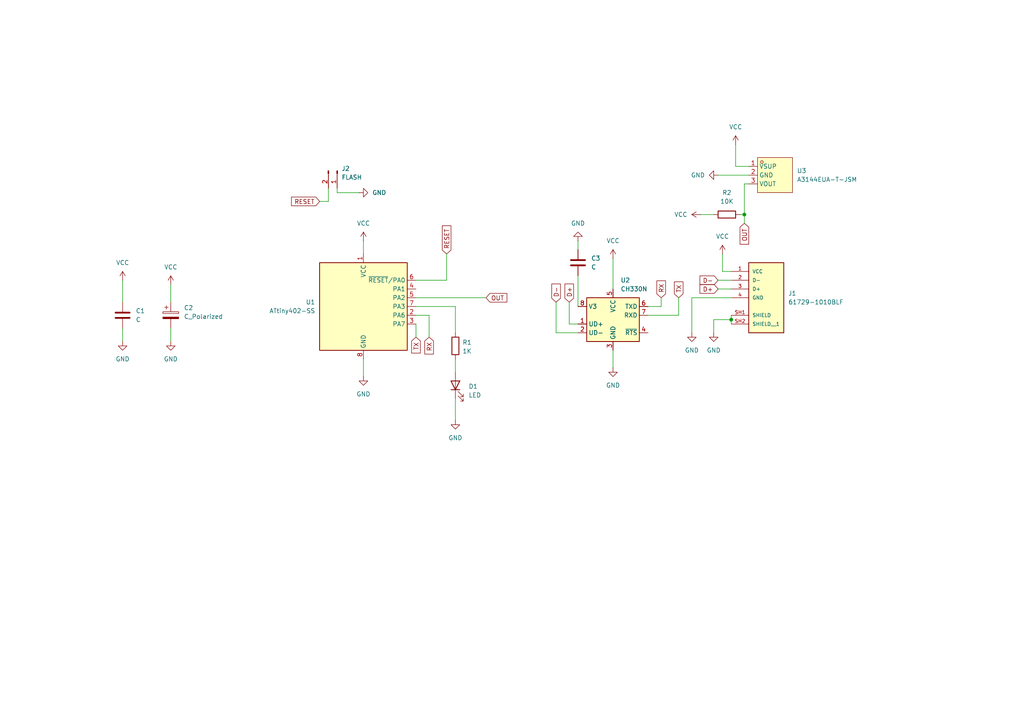
<source format=kicad_sch>
(kicad_sch (version 20231120) (generator "eeschema") (generator_version "8.0")
  (paper "A4")
  (lib_symbols
    (symbol "61729-1010BLF:61729-1010BLF" (pin_names (offset 1.016))
      (property "Reference" "J" (at -5.08 8.89 0))
      (property "Value" "61729-1010BLF" (at -5.08 -15.24 0))
      (symbol "61729-1010BLF_0_0"
        (rectangle (start -5.08 -12.7) (end 5.08 7.62) (stroke (width 0.254)) (fill (type background)))
        (pin power_in line (at -10.16 5.08 0) (length 5.08) (name "VCC") (number "1"))
        (pin bidirectional line (at -10.16 2.54 0) (length 5.08) (name "D-") (number "2"))
        (pin bidirectional line (at -10.16 0 0) (length 5.08) (name "D+") (number "3"))
        (pin power_in line (at -10.16 -2.54 0) (length 5.08) (name "GND") (number "4"))
        (pin passive line (at -10.16 -7.62 0) (length 5.08) (name "SHIELD") (number "SH1"))
        (pin passive line (at -10.16 -10.16 0) (length 5.08) (name "SHIELD__1") (number "SH2"))
      )
    )
    (symbol "Connector:Conn_01x02_Pin" (pin_names (offset 1.016) hide)
      (property "Reference" "J" (at 0 2.54 0))
      (property "Value" "Conn_01x02_Pin" (at 0 -5.08 0))
      (symbol "Conn_01x02_Pin_1_1"
        (polyline (pts (xy 1.27 -2.54) (xy 0.8636 -2.54)) (stroke (width 0.1524)))
        (polyline (pts (xy 1.27 0) (xy 0.8636 0)) (stroke (width 0.1524)))
        (rectangle (start 0.8636 -2.413) (end 0 -2.667) (stroke (width 0.1524)) (fill (type outline)))
        (rectangle (start 0.8636 0.127) (end 0 -0.127) (stroke (width 0.1524)) (fill (type outline)))
        (pin passive line (at 5.08 0 180) (length 3.81) (name "Pin_1") (number "1"))
        (pin passive line (at 5.08 -2.54 180) (length 3.81) (name "Pin_2") (number "2"))
      )
    )
    (symbol "Device:C" (pin_numbers hide) (pin_names (offset 0.254))
      (property "Reference" "C" (at 0.635 2.54 0))
      (property "Value" "C" (at 0.635 -2.54 0))
      (symbol "C_0_1"
        (polyline (pts (xy -2.032 -0.762) (xy 2.032 -0.762)) (stroke (width 0.508)))
        (polyline (pts (xy -2.032 0.762) (xy 2.032 0.762)) (stroke (width 0.508)))
      )
      (symbol "C_1_1"
        (pin passive line (at 0 3.81 270) (length 2.794) (name "~") (number "1"))
        (pin passive line (at 0 -3.81 90) (length 2.794) (name "~") (number "2"))
      )
    )
    (symbol "Device:C_Polarized" (pin_numbers hide) (pin_names (offset 0.254))
      (property "Reference" "C" (at 0.635 2.54 0))
      (property "Value" "C_Polarized" (at 0.635 -2.54 0))
      (symbol "C_Polarized_0_1"
        (rectangle (start -2.286 0.508) (end 2.286 1.016))
        (polyline (pts (xy -1.778 2.286) (xy -0.762 2.286)))
        (polyline (pts (xy -1.27 2.794) (xy -1.27 1.778)))
        (rectangle (start 2.286 -0.508) (end -2.286 -1.016) (fill (type outline)))
      )
      (symbol "C_Polarized_1_1"
        (pin passive line (at 0 3.81 270) (length 2.794) (name "~") (number "1"))
        (pin passive line (at 0 -3.81 90) (length 2.794) (name "~") (number "2"))
      )
    )
    (symbol "Device:LED" (pin_numbers hide) (pin_names (offset 1.016) hide)
      (property "Reference" "D" (at 0 2.54 0))
      (property "Value" "LED" (at 0 -2.54 0))
      (symbol "LED_0_1"
        (polyline (pts (xy -1.27 -1.27) (xy -1.27 1.27)) (stroke (width 0.254)))
        (polyline (pts (xy -1.27 0) (xy 1.27 0)))
        (polyline (pts (xy 1.27 -1.27) (xy 1.27 1.27) (xy -1.27 0) (xy 1.27 -1.27)) (stroke (width 0.254)))
        (polyline (pts (xy -3.048 -0.762) (xy -4.572 -2.286) (xy -3.81 -2.286) (xy -4.572 -2.286) (xy -4.572 -1.524)))
        (polyline (pts (xy -1.778 -0.762) (xy -3.302 -2.286) (xy -2.54 -2.286) (xy -3.302 -2.286) (xy -3.302 -1.524)))
      )
      (symbol "LED_1_1"
        (pin passive line (at -3.81 0 0) (length 2.54) (name "K") (number "1"))
        (pin passive line (at 3.81 0 180) (length 2.54) (name "A") (number "2"))
      )
    )
    (symbol "Device:R" (pin_numbers hide) (pin_names (offset 0))
      (property "Reference" "R" (at 2.032 0 90))
      (property "Value" "R" (at 0 0 90))
      (symbol "R_0_1"
        (rectangle (start -1.016 -2.54) (end 1.016 2.54) (stroke (width 0.254)))
      )
      (symbol "R_1_1"
        (pin passive line (at 0 3.81 270) (length 1.27) (name "~") (number "1"))
        (pin passive line (at 0 -3.81 90) (length 1.27) (name "~") (number "2"))
      )
    )
    (symbol "Interface_USB:CH330N"
      (property "Reference" "U" (at -7.62 6.35 0))
      (property "Value" "CH330N" (at 7.62 6.35 0))
      (symbol "CH330N_0_1"
        (rectangle (start -7.62 5.08) (end 7.62 -7.62) (stroke (width 0.254)) (fill (type background)))
      )
      (symbol "CH330N_1_1"
        (pin bidirectional line (at -10.16 -2.54 0) (length 2.54) (name "UD+") (number "1"))
        (pin bidirectional line (at -10.16 -5.08 0) (length 2.54) (name "UD-") (number "2"))
        (pin power_in line (at 0 -10.16 90) (length 2.54) (name "GND") (number "3"))
        (pin output line (at 10.16 -5.08 180) (length 2.54) (name "~{RTS}") (number "4"))
        (pin power_in line (at 0 7.62 270) (length 2.54) (name "VCC") (number "5"))
        (pin output line (at 10.16 2.54 180) (length 2.54) (name "TXD") (number "6"))
        (pin input line (at 10.16 0 180) (length 2.54) (name "RXD") (number "7"))
        (pin passive line (at -10.16 2.54 0) (length 2.54) (name "V3") (number "8"))
      )
    )
    (symbol "MCU_Microchip_ATtiny:ATtiny402-SS"
      (property "Reference" "U" (at -12.7 13.97 0))
      (property "Value" "ATtiny402-SS" (at 2.54 -13.97 0))
      (symbol "ATtiny402-SS_0_1"
        (rectangle (start -12.7 -12.7) (end 12.7 12.7) (stroke (width 0.254)) (fill (type background)))
      )
      (symbol "ATtiny402-SS_1_1"
        (pin power_in line (at 0 15.24 270) (length 2.54) (name "VCC") (number "1"))
        (pin bidirectional line (at 15.24 -2.54 180) (length 2.54) (name "PA6") (number "2"))
        (pin bidirectional line (at 15.24 -5.08 180) (length 2.54) (name "PA7") (number "3"))
        (pin bidirectional line (at 15.24 5.08 180) (length 2.54) (name "PA1") (number "4"))
        (pin bidirectional line (at 15.24 2.54 180) (length 2.54) (name "PA2") (number "5"))
        (pin bidirectional line (at 15.24 7.62 180) (length 2.54) (name "~{RESET}/PA0") (number "6"))
        (pin bidirectional line (at 15.24 0 180) (length 2.54) (name "PA3") (number "7"))
        (pin power_in line (at 0 -15.24 90) (length 2.54) (name "GND") (number "8"))
      )
    )
    (symbol "easyeda2kicadv2:A3144EUA-T-JSM"
      (property "Reference" "U" (at 0 7.62 0))
      (property "Value" "A3144EUA-T-JSM" (at 0 -7.62 0))
      (symbol "A3144EUA-T-JSM_0_1"
        (rectangle (start -5.08 5.08) (end 5.08 -5.08) (fill (type background)))
        (circle (center -3.81 3.81) (radius 0.38))
        (pin unspecified line (at -7.62 2.54 0) (length 2.54) (name "VSUP") (number "1"))
        (pin unspecified line (at -7.62 0 0) (length 2.54) (name "GND") (number "2"))
        (pin unspecified line (at -7.62 -2.54 0) (length 2.54) (name "VOUT") (number "3"))
      )
    )
    (symbol "power:GND" (power) (pin_numbers hide) (pin_names (offset 0) hide)
      (property "Value" "GND" (at 0 -3.81 0))
      (symbol "GND_0_1"
        (polyline (pts (xy 0 0) (xy 0 -1.27) (xy 1.27 -1.27) (xy 0 -2.54) (xy -1.27 -1.27) (xy 0 -1.27)))
      )
      (symbol "GND_1_1"
        (pin power_in line (at 0 0 270) (length 0) (name "~") (number "1"))
      )
    )
    (symbol "power:VCC" (power) (pin_numbers hide) (pin_names (offset 0) hide)
      (property "Value" "VCC" (at 0 3.556 0))
      (symbol "VCC_0_1"
        (polyline (pts (xy -0.762 1.27) (xy 0 2.54)))
        (polyline (pts (xy 0 0) (xy 0 2.54)))
        (polyline (pts (xy 0 2.54) (xy 0.762 1.27)))
      )
      (symbol "VCC_1_1"
        (pin power_in line (at 0 0 90) (length 0) (name "~") (number "1"))
      )
    )
  )
  (junction (at 215.9 62.23))
  (junction (at 212.09 92.71))
  (wire (pts (xy 209.55 78.74) (xy 209.55 73.66)))
  (wire (pts (xy 105.41 69.85) (xy 105.41 73.66)))
  (wire (pts (xy 49.53 82.55) (xy 49.53 87.63)))
  (wire (pts (xy 191.77 86.36) (xy 191.77 88.9)))
  (wire (pts (xy 212.09 92.71) (xy 212.09 93.98)))
  (wire (pts (xy 35.56 95.25) (xy 35.56 99.06)))
  (wire (pts (xy 161.29 96.52) (xy 161.29 87.63)))
  (wire (pts (xy 207.01 92.71) (xy 212.09 92.71)))
  (wire (pts (xy 212.09 86.36) (xy 200.66 86.36)))
  (wire (pts (xy 35.56 81.28) (xy 35.56 87.63)))
  (wire (pts (xy 167.64 96.52) (xy 161.29 96.52)))
  (wire (pts (xy 165.1 93.98) (xy 165.1 87.63)))
  (wire (pts (xy 191.77 88.9) (xy 187.96 88.9)))
  (wire (pts (xy 212.09 78.74) (xy 209.55 78.74)))
  (wire (pts (xy 49.53 95.25) (xy 49.53 99.06)))
  (wire (pts (xy 120.65 97.79) (xy 120.65 93.98)))
  (wire (pts (xy 167.64 69.85) (xy 167.64 72.39)))
  (wire (pts (xy 215.9 62.23) (xy 215.9 64.77)))
  (wire (pts (xy 124.46 97.79) (xy 124.46 91.44)))
  (wire (pts (xy 177.8 101.6) (xy 177.8 106.68)))
  (wire (pts (xy 187.96 91.44) (xy 196.85 91.44)))
  (wire (pts (xy 214.63 62.23) (xy 215.9 62.23)))
  (wire (pts (xy 203.2 62.23) (xy 207.01 62.23)))
  (wire (pts (xy 95.25 58.42) (xy 92.71 58.42)))
  (wire (pts (xy 217.17 48.26) (xy 213.36 48.26)))
  (wire (pts (xy 213.36 48.26) (xy 213.36 41.91)))
  (wire (pts (xy 129.54 81.28) (xy 129.54 73.66)))
  (wire (pts (xy 120.65 88.9) (xy 132.08 88.9)))
  (wire (pts (xy 208.28 50.8) (xy 217.17 50.8)))
  (wire (pts (xy 132.08 115.57) (xy 132.08 121.92)))
  (wire (pts (xy 167.64 80.01) (xy 167.64 88.9)))
  (wire (pts (xy 105.41 104.14) (xy 105.41 109.22)))
  (wire (pts (xy 200.66 86.36) (xy 200.66 96.52)))
  (wire (pts (xy 208.28 81.28) (xy 212.09 81.28)))
  (wire (pts (xy 196.85 91.44) (xy 196.85 86.36)))
  (wire (pts (xy 167.64 93.98) (xy 165.1 93.98)))
  (wire (pts (xy 120.65 86.36) (xy 140.97 86.36)))
  (wire (pts (xy 97.79 55.88) (xy 104.14 55.88)))
  (wire (pts (xy 97.79 54.61) (xy 97.79 55.88)))
  (wire (pts (xy 124.46 91.44) (xy 120.65 91.44)))
  (wire (pts (xy 132.08 88.9) (xy 132.08 96.52)))
  (wire (pts (xy 95.25 54.61) (xy 95.25 58.42)))
  (wire (pts (xy 207.01 96.52) (xy 207.01 92.71)))
  (wire (pts (xy 208.28 83.82) (xy 212.09 83.82)))
  (wire (pts (xy 177.8 74.93) (xy 177.8 83.82)))
  (wire (pts (xy 132.08 104.14) (xy 132.08 107.95)))
  (wire (pts (xy 215.9 53.34) (xy 215.9 62.23)))
  (wire (pts (xy 120.65 81.28) (xy 129.54 81.28)))
  (wire (pts (xy 217.17 53.34) (xy 215.9 53.34)))
  (wire (pts (xy 212.09 91.44) (xy 212.09 92.71)))
  (global_label "D-" (shape input) (at 208.28 81.28 180) (property "Intersheetrefs" "${INTERSHEET_REFS}" (effects (hide yes))))
  (global_label "RX" (shape input) (at 124.46 97.79 270) (property "Intersheetrefs" "${INTERSHEET_REFS}" (effects (hide yes))))
  (global_label "D+" (shape input) (at 165.1 87.63 90) (property "Intersheetrefs" "${INTERSHEET_REFS}" (effects (hide yes))))
  (global_label "OUT" (shape input) (at 140.97 86.36 0) (property "Intersheetrefs" "${INTERSHEET_REFS}" (effects (hide yes))))
  (global_label "TX" (shape input) (at 196.85 86.36 90) (property "Intersheetrefs" "${INTERSHEET_REFS}" (effects (hide yes))))
  (global_label "RESET" (shape input) (at 129.54 73.66 90) (property "Intersheetrefs" "${INTERSHEET_REFS}" (effects (hide yes))))
  (global_label "RESET" (shape input) (at 92.71 58.42 180) (property "Intersheetrefs" "${INTERSHEET_REFS}" (effects (hide yes))))
  (global_label "TX" (shape input) (at 120.65 97.79 270) (property "Intersheetrefs" "${INTERSHEET_REFS}" (effects (hide yes))))
  (global_label "D-" (shape input) (at 161.29 87.63 90) (property "Intersheetrefs" "${INTERSHEET_REFS}" (effects (hide yes))))
  (global_label "OUT" (shape input) (at 215.9 64.77 270) (property "Intersheetrefs" "${INTERSHEET_REFS}" (effects (hide yes))))
  (global_label "D+" (shape input) (at 208.28 83.82 180) (property "Intersheetrefs" "${INTERSHEET_REFS}" (effects (hide yes))))
  (global_label "RX" (shape input) (at 191.77 86.36 90) (property "Intersheetrefs" "${INTERSHEET_REFS}" (effects (hide yes))))
  (symbol (lib_id "61729-1010BLF:61729-1010BLF") (at 222.25 83.82 0) (unit 1)
    (property "Reference" "J1" (at 228.6 85.0899 0) (effects (justify left)))
    (property "Value" "61729-1010BLF" (at 228.6 87.6299 0) (effects (justify left)))
    (property "Footprint" "61729_1010BLF:AMPHENOL_61729-1010BLF" (effects (hide yes)))
    (property "PARTREV" "AD" (effects (hide yes)))
    (property "STANDARD" "Manufacturer Recommendations" (effects (hide yes)))
    (property "MAXIMUM_PACKAGE_HEIGHT" "11.50 mm" (effects (hide yes)))
    (property "MANUFACTURER" "Amphenol" (effects (hide yes)))
  )
  (symbol (lib_id "Device:R") (at 210.82 62.23 90) (unit 1)
    (property "Reference" "R2" (at 210.82 55.88 90))
    (property "Value" "10K" (at 210.82 58.42 90))
    (property "Footprint" "Resistor_SMD:R_1206_3216Metric" (effects (hide yes)))
    (property "Description" "Resistor" (effects (hide yes)))
  )
  (symbol (lib_id "easyeda2kicadv2:A3144EUA-T-JSM") (at 224.79 50.8 0) (unit 1)
    (property "Reference" "U3" (at 231.14 49.5299 0) (effects (justify left)))
    (property "Value" "A3144EUA-T-JSM" (at 231.14 52.0699 0) (effects (justify left)))
    (property "Footprint" "easyeda2kicad:TO-92S-3_L4.1-W1.7-P1.27-L" (effects (hide yes)))
    (property "LCSC Part" "C18188954" (effects (hide yes)))
  )
  (symbol (lib_id "power:GND") (at 200.66 96.52 0) (unit 1)
    (property "Reference" "#PWR012" (effects (hide yes)))
    (property "Value" "GND" (at 200.66 101.6 0))
    (property "Description" "Power symbol creates a global label with name \"GND\" , ground" (effects (hide yes)))
  )
  (symbol (lib_id "power:VCC") (at 49.53 82.55 0) (unit 1)
    (property "Reference" "#PWR03" (effects (hide yes)))
    (property "Value" "VCC" (at 49.53 77.47 0))
    (property "Description" "Power symbol creates a global label with name \"VCC\"" (effects (hide yes)))
  )
  (symbol (lib_id "power:GND") (at 177.8 106.68 0) (unit 1)
    (property "Reference" "#PWR07" (effects (hide yes)))
    (property "Value" "GND" (at 177.8 111.76 0))
    (property "Description" "Power symbol creates a global label with name \"GND\" , ground" (effects (hide yes)))
  )
  (symbol (lib_id "Device:C") (at 35.56 91.44 0) (unit 1)
    (property "Reference" "C1" (at 39.37 90.1699 0) (effects (justify left)))
    (property "Value" "C" (at 39.37 92.7099 0) (effects (justify left)))
    (property "Footprint" "Capacitor_SMD:C_1206_3216Metric" (effects (hide yes)))
    (property "Description" "Unpolarized capacitor" (effects (hide yes)))
  )
  (symbol (lib_id "power:GND") (at 35.56 99.06 0) (unit 1)
    (property "Reference" "#PWR02" (effects (hide yes)))
    (property "Value" "GND" (at 35.56 104.14 0))
    (property "Description" "Power symbol creates a global label with name \"GND\" , ground" (effects (hide yes)))
  )
  (symbol (lib_id "power:GND") (at 132.08 121.92 0) (unit 1)
    (property "Reference" "#PWR09" (effects (hide yes)))
    (property "Value" "GND" (at 132.08 127 0))
    (property "Description" "Power symbol creates a global label with name \"GND\" , ground" (effects (hide yes)))
  )
  (symbol (lib_id "Device:R") (at 132.08 100.33 0) (unit 1)
    (property "Reference" "R1" (at 134.112 99.314 0) (effects (justify left)))
    (property "Value" "1K" (at 134.112 101.854 0) (effects (justify left)))
    (property "Footprint" "Resistor_SMD:R_1206_3216Metric_Pad1.30x1.75mm_HandSolder" (effects (hide yes)))
    (property "Description" "Resistor" (effects (hide yes)))
  )
  (symbol (lib_id "power:GND") (at 208.28 50.8 270) (unit 1)
    (property "Reference" "#PWR015" (effects (hide yes)))
    (property "Value" "GND" (at 204.47 50.7999 90) (effects (justify right)))
    (property "Description" "Power symbol creates a global label with name \"GND\" , ground" (effects (hide yes)))
  )
  (symbol (lib_id "power:GND") (at 105.41 109.22 0) (unit 1)
    (property "Reference" "#PWR06" (effects (hide yes)))
    (property "Value" "GND" (at 105.41 114.3 0))
    (property "Description" "Power symbol creates a global label with name \"GND\" , ground" (effects (hide yes)))
  )
  (symbol (lib_id "Device:C") (at 167.64 76.2 0) (unit 1)
    (property "Reference" "C3" (at 171.45 74.9299 0) (effects (justify left)))
    (property "Value" "C" (at 171.45 77.4699 0) (effects (justify left)))
    (property "Footprint" "Capacitor_SMD:C_1206_3216Metric" (effects (hide yes)))
    (property "Description" "Unpolarized capacitor" (effects (hide yes)))
  )
  (symbol (lib_id "power:VCC") (at 203.2 62.23 90) (unit 1)
    (property "Reference" "#PWR016" (effects (hide yes)))
    (property "Value" "VCC" (at 199.39 62.2299 90) (effects (justify left)))
    (property "Description" "Power symbol creates a global label with name \"VCC\"" (effects (hide yes)))
  )
  (symbol (lib_id "Device:C_Polarized") (at 49.53 91.44 0) (unit 1)
    (property "Reference" "C2" (at 53.34 89.2809 0) (effects (justify left)))
    (property "Value" "C_Polarized" (at 53.34 91.8209 0) (effects (justify left)))
    (property "Footprint" "Capacitor_THT:CP_Radial_D4.0mm_P1.50mm" (effects (hide yes)))
    (property "Description" "Polarized capacitor" (effects (hide yes)))
  )
  (symbol (lib_id "Connector:Conn_01x02_Pin") (at 97.79 49.53 270) (unit 1)
    (property "Reference" "J2" (at 99.06 48.8949 90) (effects (justify left)))
    (property "Value" "FLASH" (at 99.06 51.4349 90) (effects (justify left)))
    (property "Footprint" "Connector_JST:JST_EH_B2B-EH-A_1x02_P2.50mm_Vertical" (effects (hide yes)))
    (property "Description" "Generic connector, single row, 01x02, script generated" (effects (hide yes)))
  )
  (symbol (lib_id "Device:LED") (at 132.08 111.76 90) (unit 1)
    (property "Reference" "D1" (at 135.89 112.0774 90) (effects (justify right)))
    (property "Value" "LED" (at 135.89 114.6174 90) (effects (justify right)))
    (property "Footprint" "LED_SMD:LED_1206_3216Metric" (effects (hide yes)))
    (property "Description" "Light emitting diode" (effects (hide yes)))
  )
  (symbol (lib_id "power:GND") (at 104.14 55.88 90) (unit 1)
    (property "Reference" "#PWR017" (effects (hide yes)))
    (property "Value" "GND" (at 107.95 55.8799 90) (effects (justify right)))
    (property "Description" "Power symbol creates a global label with name \"GND\" , ground" (effects (hide yes)))
  )
  (symbol (lib_id "power:GND") (at 49.53 99.06 0) (unit 1)
    (property "Reference" "#PWR01" (effects (hide yes)))
    (property "Value" "GND" (at 49.53 104.14 0))
    (property "Description" "Power symbol creates a global label with name \"GND\" , ground" (effects (hide yes)))
  )
  (symbol (lib_id "power:VCC") (at 177.8 74.93 0) (unit 1)
    (property "Reference" "#PWR08" (effects (hide yes)))
    (property "Value" "VCC" (at 177.8 69.85 0))
    (property "Description" "Power symbol creates a global label with name \"VCC\"" (effects (hide yes)))
  )
  (symbol (lib_id "MCU_Microchip_ATtiny:ATtiny402-SS") (at 105.41 88.9 0) (unit 1)
    (property "Reference" "U1" (at 91.44 87.6299 0) (effects (justify right)))
    (property "Value" "ATtiny402-SS" (at 91.44 90.1699 0) (effects (justify right)))
    (property "Footprint" "Package_SO:SOIC-8_3.9x4.9mm_P1.27mm" (effects (hide yes)))
    (property "Datasheet" "http://ww1.microchip.com/downloads/en/DeviceDoc/ATtiny202-402-AVR-MCU-with-Core-Independent-Peripherals_and-picoPower-40001969A.pdf" (effects (hide yes)))
    (property "Description" "20MHz, 4kB Flash, 256B SRAM, 128B EEPROM, SOIC-8" (effects (hide yes)))
  )
  (symbol (lib_id "power:VCC") (at 35.56 81.28 0) (unit 1)
    (property "Reference" "#PWR04" (effects (hide yes)))
    (property "Value" "VCC" (at 35.56 76.2 0))
    (property "Description" "Power symbol creates a global label with name \"VCC\"" (effects (hide yes)))
  )
  (symbol (lib_id "power:VCC") (at 209.55 73.66 0) (unit 1)
    (property "Reference" "#PWR013" (effects (hide yes)))
    (property "Value" "VCC" (at 209.55 68.58 0))
    (property "Description" "Power symbol creates a global label with name \"VCC\"" (effects (hide yes)))
  )
  (symbol (lib_id "power:GND") (at 167.64 69.85 180) (unit 1)
    (property "Reference" "#PWR010" (effects (hide yes)))
    (property "Value" "GND" (at 167.64 64.77 0))
    (property "Description" "Power symbol creates a global label with name \"GND\" , ground" (effects (hide yes)))
  )
  (symbol (lib_id "power:GND") (at 207.01 96.52 0) (unit 1)
    (property "Reference" "#PWR011" (effects (hide yes)))
    (property "Value" "GND" (at 207.01 101.6 0))
    (property "Description" "Power symbol creates a global label with name \"GND\" , ground" (effects (hide yes)))
  )
  (symbol (lib_id "Interface_USB:CH330N") (at 177.8 91.44 0) (unit 1)
    (property "Reference" "U2" (at 179.9941 81.28 0) (effects (justify left)))
    (property "Value" "CH330N" (at 179.9941 83.82 0) (effects (justify left)))
    (property "Footprint" "Package_SO:SOIC-8_3.9x4.9mm_P1.27mm" (effects (hide yes)))
    (property "Datasheet" "http://www.wch.cn/downloads/file/240.html" (effects (hide yes)))
    (property "Description" "USB serial converter, UART, SOIC-8" (effects (hide yes)))
  )
  (symbol (lib_id "power:VCC") (at 105.41 69.85 0) (unit 1)
    (property "Reference" "#PWR05" (effects (hide yes)))
    (property "Value" "VCC" (at 105.41 64.77 0))
    (property "Description" "Power symbol creates a global label with name \"VCC\"" (effects (hide yes)))
  )
  (symbol (lib_id "power:VCC") (at 213.36 41.91 0) (unit 1)
    (property "Reference" "#PWR014" (effects (hide yes)))
    (property "Value" "VCC" (at 213.36 36.83 0))
    (property "Description" "Power symbol creates a global label with name \"VCC\"" (effects (hide yes)))
  )
)
</source>
